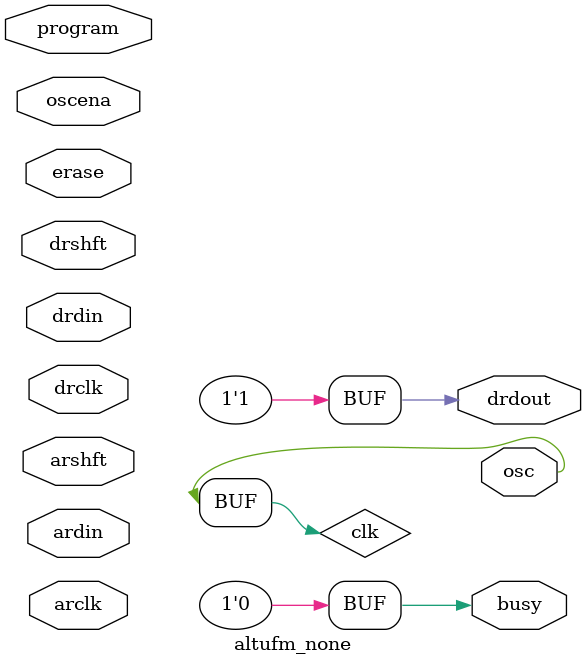
<source format=v>
module altufm_none (
	input arclk,
	input ardin,
	input arshft,
	input drclk,
	input drdin,
	input drshft,
	input erase,
	input oscena,
	input program,

	output busy,
	output drdout,
	output osc
);

`include "sys.v"

assign osc = clk;
assign drdout = 1'b1;
assign busy = 1'b0;

endmodule

</source>
